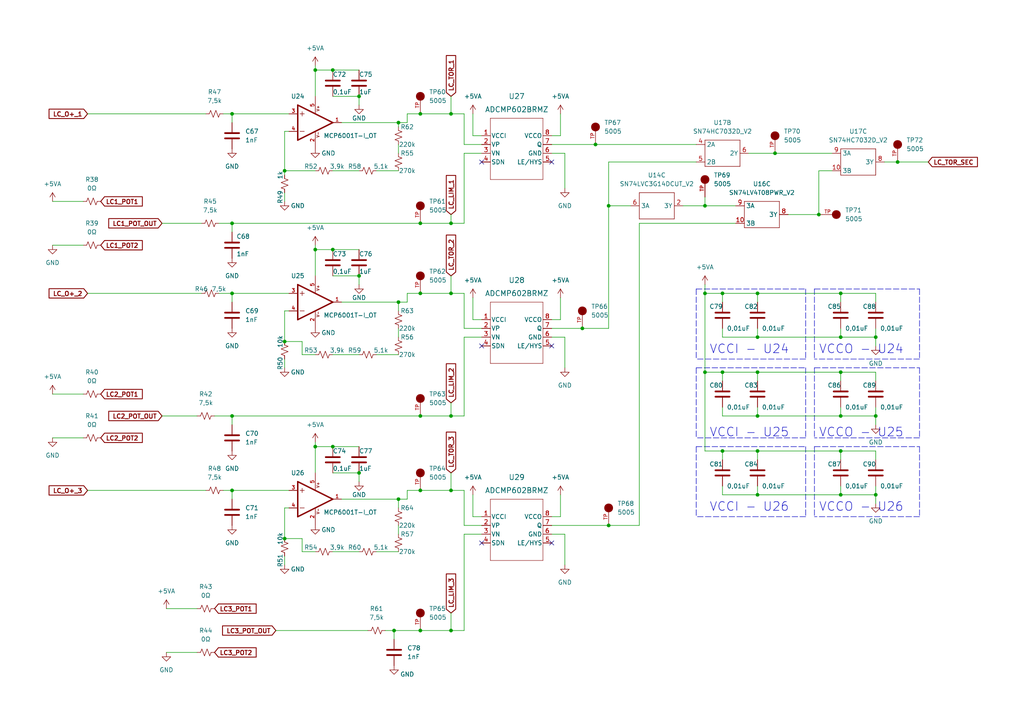
<source format=kicad_sch>
(kicad_sch (version 20211123) (generator eeschema)
  (paper "A4")
  (title_block (title "BUMBLEBEE") (date "2024-01-15") (rev "1.00") (company "ExoFlex") (comment 1 "Bumblebee"))
  (junction (at 243.84 107.95))
  (junction (at 130.81 64.77))
  (junction (at 243.84 97.79))
  (junction (at 219.71 85.09))
  (junction (at 114.3 182.88))
  (junction (at 104.14 80.01))
  (junction (at 172.72 41.91))
  (junction (at 130.81 182.88))
  (junction (at 130.81 33.02))
  (junction (at 260.35 46.99))
  (junction (at 243.84 85.09))
  (junction (at 209.55 85.09))
  (junction (at 219.71 120.65))
  (junction (at 67.31 120.65))
  (junction (at 254 120.65))
  (junction (at 115.57 35.56))
  (junction (at 243.84 130.81))
  (junction (at 224.79 44.45))
  (junction (at 67.31 64.77))
  (junction (at 67.31 85.09))
  (junction (at 219.71 143.51))
  (junction (at 219.71 107.95))
  (junction (at 91.44 20.32))
  (junction (at 82.55 156.21))
  (junction (at 121.92 182.88))
  (junction (at 104.14 137.16))
  (junction (at 243.84 120.65))
  (junction (at 91.44 72.39))
  (junction (at 67.31 33.02))
  (junction (at 82.55 49.53))
  (junction (at 254 143.51))
  (junction (at 91.44 129.54))
  (junction (at 121.92 64.77))
  (junction (at 82.55 99.06))
  (junction (at 96.52 72.39))
  (junction (at 96.52 129.54))
  (junction (at 176.53 59.69))
  (junction (at 243.84 143.51))
  (junction (at 115.57 87.63))
  (junction (at 219.71 130.81))
  (junction (at 176.53 152.4))
  (junction (at 115.57 144.78))
  (junction (at 204.47 107.95))
  (junction (at 209.55 130.81))
  (junction (at 121.92 120.65))
  (junction (at 121.92 33.02))
  (junction (at 219.71 97.79))
  (junction (at 67.31 142.24))
  (junction (at 204.47 85.09))
  (junction (at 121.92 142.24))
  (junction (at 121.92 85.09))
  (junction (at 168.91 95.25))
  (junction (at 204.47 59.69))
  (junction (at 96.52 20.32))
  (junction (at 130.81 120.65))
  (junction (at 254 97.79))
  (junction (at 130.81 85.09))
  (junction (at 237.49 62.23))
  (junction (at 104.14 27.94))
  (junction (at 130.81 142.24))
  (junction (at 209.55 107.95))
  (no_connect (at 160.02 157.48))
  (no_connect (at 160.02 46.99))
  (no_connect (at 139.7 157.48))
  (no_connect (at 160.02 100.33))
  (no_connect (at 139.7 100.33))
  (no_connect (at 139.7 46.99))
  (wire (pts (xy 46.99 64.77) (xy 58.42 64.77)))
  (polyline (pts (xy 266.7 101.6) (xy 266.7 101.6)))
  (wire (pts (xy 24.13 58.42) (xy 15.24 58.42)))
  (wire (pts (xy 64.77 33.02) (xy 67.31 33.02)))
  (wire (pts (xy 91.44 20.32) (xy 91.44 27.94)))
  (wire (pts (xy 109.22 102.87) (xy 115.57 102.87)))
  (wire (pts (xy 121.92 182.88) (xy 130.81 182.88)))
  (wire (pts (xy 130.81 120.65) (xy 134.62 120.65)))
  (wire (pts (xy 219.71 120.65) (xy 209.55 120.65)))
  (wire (pts (xy 130.81 80.01) (xy 130.81 85.09)))
  (wire (pts (xy 219.71 85.09) (xy 219.71 87.63)))
  (wire (pts (xy 139.7 92.71) (xy 137.16 92.71)))
  (wire (pts (xy 115.57 41.91) (xy 115.57 44.45)))
  (polyline (pts (xy 266.7 129.54) (xy 266.7 149.86)))
  (wire (pts (xy 176.53 152.4) (xy 185.42 152.4)))
  (wire (pts (xy 67.31 85.09) (xy 67.31 87.63)))
  (wire (pts (xy 25.4 33.02) (xy 59.69 33.02)))
  (wire (pts (xy 82.55 104.14) (xy 82.55 106.68)))
  (polyline (pts (xy 266.7 127) (xy 236.22 127)))
  (wire (pts (xy 15.24 127) (xy 24.13 127)))
  (wire (pts (xy 254 107.95) (xy 254 110.49)))
  (wire (pts (xy 115.57 95.25) (xy 115.57 97.79)))
  (wire (pts (xy 96.52 160.02) (xy 104.14 160.02)))
  (wire (pts (xy 209.55 107.95) (xy 219.71 107.95)))
  (wire (pts (xy 57.15 176.53) (xy 48.26 176.53)))
  (wire (pts (xy 204.47 130.81) (xy 209.55 130.81)))
  (wire (pts (xy 121.92 120.65) (xy 130.81 120.65)))
  (wire (pts (xy 82.55 38.1) (xy 83.82 38.1)))
  (wire (pts (xy 82.55 99.06) (xy 87.63 99.06)))
  (polyline (pts (xy 201.93 83.82) (xy 201.93 104.14)))
  (wire (pts (xy 160.02 95.25) (xy 168.91 95.25)))
  (wire (pts (xy 91.44 128.27) (xy 91.44 129.54)))
  (wire (pts (xy 217.17 44.45) (xy 224.79 44.45)))
  (wire (pts (xy 134.62 97.79) (xy 134.62 120.65)))
  (wire (pts (xy 64.77 142.24) (xy 67.31 142.24)))
  (wire (pts (xy 219.71 107.95) (xy 243.84 107.95)))
  (wire (pts (xy 219.71 95.25) (xy 219.71 97.79)))
  (wire (pts (xy 254 140.97) (xy 254 143.51)))
  (wire (pts (xy 162.56 86.36) (xy 162.56 92.71)))
  (polyline (pts (xy 233.68 129.54) (xy 233.68 149.86)))
  (wire (pts (xy 219.71 97.79) (xy 243.84 97.79)))
  (wire (pts (xy 254 85.09) (xy 254 87.63)))
  (wire (pts (xy 243.84 85.09) (xy 254 85.09)))
  (wire (pts (xy 96.52 102.87) (xy 104.14 102.87)))
  (wire (pts (xy 130.81 62.23) (xy 130.81 64.77)))
  (wire (pts (xy 91.44 20.32) (xy 96.52 20.32)))
  (wire (pts (xy 91.44 129.54) (xy 91.44 137.16)))
  (wire (pts (xy 115.57 35.56) (xy 118.11 35.56)))
  (wire (pts (xy 160.02 154.94) (xy 163.83 154.94)))
  (polyline (pts (xy 233.68 149.86) (xy 201.93 149.86)))
  (wire (pts (xy 87.63 99.06) (xy 87.63 102.87)))
  (polyline (pts (xy 233.68 83.82) (xy 233.68 104.14)))
  (wire (pts (xy 185.42 152.4) (xy 185.42 64.77)))
  (wire (pts (xy 96.52 72.39) (xy 104.14 72.39)))
  (wire (pts (xy 209.55 85.09) (xy 219.71 85.09)))
  (wire (pts (xy 243.84 118.11) (xy 243.84 120.65)))
  (wire (pts (xy 82.55 90.17) (xy 83.82 90.17)))
  (wire (pts (xy 67.31 33.02) (xy 67.31 35.56)))
  (polyline (pts (xy 233.68 127) (xy 201.93 127)))
  (wire (pts (xy 24.13 114.3) (xy 15.24 114.3)))
  (wire (pts (xy 82.55 147.32) (xy 82.55 156.21)))
  (wire (pts (xy 243.84 107.95) (xy 254 107.95)))
  (wire (pts (xy 99.06 35.56) (xy 115.57 35.56)))
  (wire (pts (xy 104.14 80.01) (xy 104.14 82.55)))
  (wire (pts (xy 219.71 118.11) (xy 219.71 120.65)))
  (wire (pts (xy 160.02 152.4) (xy 176.53 152.4)))
  (wire (pts (xy 25.4 85.09) (xy 58.42 85.09)))
  (polyline (pts (xy 236.22 106.68) (xy 236.22 127)))
  (wire (pts (xy 134.62 64.77) (xy 134.62 44.45)))
  (wire (pts (xy 160.02 97.79) (xy 163.83 97.79)))
  (wire (pts (xy 118.11 35.56) (xy 118.11 33.02)))
  (wire (pts (xy 25.4 142.24) (xy 59.69 142.24)))
  (wire (pts (xy 67.31 64.77) (xy 67.31 67.31)))
  (wire (pts (xy 115.57 87.63) (xy 118.11 87.63)))
  (wire (pts (xy 243.84 95.25) (xy 243.84 97.79)))
  (wire (pts (xy 219.71 120.65) (xy 243.84 120.65)))
  (wire (pts (xy 130.81 64.77) (xy 134.62 64.77)))
  (polyline (pts (xy 201.93 129.54) (xy 233.68 129.54)))
  (wire (pts (xy 172.72 41.91) (xy 201.93 41.91)))
  (wire (pts (xy 209.55 95.25) (xy 209.55 97.79)))
  (wire (pts (xy 243.84 140.97) (xy 243.84 143.51)))
  (polyline (pts (xy 236.22 106.68) (xy 266.7 106.68)))
  (wire (pts (xy 99.06 144.78) (xy 115.57 144.78)))
  (wire (pts (xy 67.31 33.02) (xy 83.82 33.02)))
  (wire (pts (xy 176.53 59.69) (xy 176.53 46.99)))
  (wire (pts (xy 163.83 154.94) (xy 163.83 163.83)))
  (wire (pts (xy 204.47 82.55) (xy 204.47 85.09)))
  (wire (pts (xy 118.11 85.09) (xy 121.92 85.09)))
  (wire (pts (xy 134.62 142.24) (xy 134.62 152.4)))
  (wire (pts (xy 139.7 39.37) (xy 137.16 39.37)))
  (wire (pts (xy 111.76 182.88) (xy 114.3 182.88)))
  (wire (pts (xy 185.42 64.77) (xy 213.36 64.77)))
  (wire (pts (xy 134.62 182.88) (xy 134.62 154.94)))
  (wire (pts (xy 118.11 33.02) (xy 121.92 33.02)))
  (wire (pts (xy 237.49 49.53) (xy 241.3 49.53)))
  (wire (pts (xy 82.55 55.88) (xy 82.55 58.42)))
  (wire (pts (xy 130.81 27.94) (xy 130.81 33.02)))
  (wire (pts (xy 160.02 41.91) (xy 172.72 41.91)))
  (wire (pts (xy 118.11 87.63) (xy 118.11 85.09)))
  (wire (pts (xy 219.71 140.97) (xy 219.71 143.51)))
  (wire (pts (xy 254 120.65) (xy 243.84 120.65)))
  (wire (pts (xy 82.55 161.29) (xy 82.55 163.83)))
  (wire (pts (xy 63.5 64.77) (xy 67.31 64.77)))
  (wire (pts (xy 209.55 130.81) (xy 219.71 130.81)))
  (wire (pts (xy 87.63 160.02) (xy 91.44 160.02)))
  (wire (pts (xy 209.55 85.09) (xy 209.55 87.63)))
  (wire (pts (xy 219.71 97.79) (xy 209.55 97.79)))
  (wire (pts (xy 219.71 85.09) (xy 243.84 85.09)))
  (wire (pts (xy 254 120.65) (xy 254 123.19)))
  (wire (pts (xy 139.7 95.25) (xy 134.62 95.25)))
  (wire (pts (xy 67.31 85.09) (xy 83.82 85.09)))
  (polyline (pts (xy 236.22 129.54) (xy 266.7 129.54)))
  (wire (pts (xy 115.57 152.4) (xy 115.57 154.94)))
  (wire (pts (xy 134.62 95.25) (xy 134.62 85.09)))
  (wire (pts (xy 139.7 149.86) (xy 137.16 149.86)))
  (wire (pts (xy 67.31 64.77) (xy 121.92 64.77)))
  (wire (pts (xy 204.47 57.15) (xy 204.47 59.69)))
  (wire (pts (xy 99.06 87.63) (xy 115.57 87.63)))
  (wire (pts (xy 67.31 142.24) (xy 67.31 144.78)))
  (wire (pts (xy 115.57 87.63) (xy 115.57 90.17)))
  (wire (pts (xy 139.7 97.79) (xy 134.62 97.79)))
  (wire (pts (xy 115.57 144.78) (xy 118.11 144.78)))
  (wire (pts (xy 209.55 140.97) (xy 209.55 143.51)))
  (wire (pts (xy 96.52 137.16) (xy 104.14 137.16)))
  (polyline (pts (xy 236.22 83.82) (xy 266.7 83.82)))
  (wire (pts (xy 82.55 156.21) (xy 87.63 156.21)))
  (wire (pts (xy 224.79 44.45) (xy 241.3 44.45)))
  (wire (pts (xy 63.5 85.09) (xy 67.31 85.09)))
  (wire (pts (xy 209.55 118.11) (xy 209.55 120.65)))
  (wire (pts (xy 114.3 182.88) (xy 114.3 185.42)))
  (wire (pts (xy 130.81 137.16) (xy 130.81 142.24)))
  (wire (pts (xy 82.55 38.1) (xy 82.55 49.53)))
  (wire (pts (xy 46.99 120.65) (xy 57.15 120.65)))
  (wire (pts (xy 254 143.51) (xy 254 146.05)))
  (wire (pts (xy 134.62 152.4) (xy 139.7 152.4)))
  (wire (pts (xy 96.52 129.54) (xy 104.14 129.54)))
  (wire (pts (xy 198.12 59.69) (xy 204.47 59.69)))
  (wire (pts (xy 91.44 71.12) (xy 91.44 72.39)))
  (wire (pts (xy 237.49 62.23) (xy 237.49 49.53)))
  (wire (pts (xy 204.47 107.95) (xy 204.47 130.81)))
  (wire (pts (xy 254 118.11) (xy 254 120.65)))
  (wire (pts (xy 162.56 33.02) (xy 162.56 39.37)))
  (wire (pts (xy 134.62 33.02) (xy 134.62 41.91)))
  (wire (pts (xy 82.55 50.8) (xy 82.55 49.53)))
  (wire (pts (xy 82.55 90.17) (xy 82.55 99.06)))
  (wire (pts (xy 91.44 129.54) (xy 96.52 129.54)))
  (wire (pts (xy 243.84 130.81) (xy 254 130.81)))
  (wire (pts (xy 162.56 143.51) (xy 162.56 149.86)))
  (wire (pts (xy 130.81 142.24) (xy 134.62 142.24)))
  (wire (pts (xy 204.47 85.09) (xy 209.55 85.09)))
  (polyline (pts (xy 266.7 104.14) (xy 236.22 104.14)))
  (wire (pts (xy 80.01 182.88) (xy 106.68 182.88)))
  (wire (pts (xy 134.62 154.94) (xy 139.7 154.94)))
  (wire (pts (xy 115.57 35.56) (xy 115.57 36.83)))
  (wire (pts (xy 130.81 85.09) (xy 134.62 85.09)))
  (wire (pts (xy 160.02 39.37) (xy 162.56 39.37)))
  (wire (pts (xy 109.22 49.53) (xy 115.57 49.53)))
  (wire (pts (xy 219.71 143.51) (xy 243.84 143.51)))
  (polyline (pts (xy 236.22 129.54) (xy 236.22 149.86)))
  (polyline (pts (xy 266.7 100.33) (xy 266.7 100.33)))
  (wire (pts (xy 176.53 59.69) (xy 182.88 59.69)))
  (wire (pts (xy 176.53 46.99) (xy 201.93 46.99)))
  (wire (pts (xy 67.31 142.24) (xy 83.82 142.24)))
  (polyline (pts (xy 201.93 106.68) (xy 233.68 106.68)))
  (wire (pts (xy 176.53 95.25) (xy 176.53 59.69)))
  (wire (pts (xy 254 143.51) (xy 243.84 143.51)))
  (wire (pts (xy 204.47 107.95) (xy 209.55 107.95)))
  (wire (pts (xy 67.31 120.65) (xy 121.92 120.65)))
  (wire (pts (xy 96.52 27.94) (xy 104.14 27.94)))
  (wire (pts (xy 219.71 130.81) (xy 219.71 133.35)))
  (wire (pts (xy 48.26 189.23) (xy 57.15 189.23)))
  (wire (pts (xy 87.63 102.87) (xy 91.44 102.87)))
  (wire (pts (xy 82.55 49.53) (xy 91.44 49.53)))
  (wire (pts (xy 130.81 177.8) (xy 130.81 182.88)))
  (wire (pts (xy 67.31 120.65) (xy 67.31 123.19)))
  (wire (pts (xy 91.44 72.39) (xy 91.44 80.01)))
  (wire (pts (xy 219.71 130.81) (xy 243.84 130.81)))
  (wire (pts (xy 96.52 80.01) (xy 104.14 80.01)))
  (wire (pts (xy 160.02 44.45) (xy 163.83 44.45)))
  (wire (pts (xy 96.52 49.53) (xy 104.14 49.53)))
  (wire (pts (xy 91.44 19.05) (xy 91.44 20.32)))
  (polyline (pts (xy 201.93 106.68) (xy 201.93 127)))
  (wire (pts (xy 204.47 85.09) (xy 204.47 107.95)))
  (polyline (pts (xy 201.93 129.54) (xy 201.93 149.86)))
  (wire (pts (xy 104.14 137.16) (xy 104.14 139.7)))
  (wire (pts (xy 62.23 120.65) (xy 67.31 120.65)))
  (wire (pts (xy 168.91 95.25) (xy 176.53 95.25)))
  (wire (pts (xy 137.16 92.71) (xy 137.16 86.36)))
  (wire (pts (xy 96.52 20.32) (xy 104.14 20.32)))
  (polyline (pts (xy 201.93 83.82) (xy 233.68 83.82)))
  (wire (pts (xy 87.63 156.21) (xy 87.63 160.02)))
  (wire (pts (xy 137.16 149.86) (xy 137.16 143.51)))
  (wire (pts (xy 130.81 182.88) (xy 134.62 182.88)))
  (wire (pts (xy 137.16 39.37) (xy 137.16 33.02)))
  (wire (pts (xy 163.83 97.79) (xy 163.83 106.68)))
  (polyline (pts (xy 266.7 83.82) (xy 266.7 104.14)))
  (wire (pts (xy 121.92 85.09) (xy 130.81 85.09)))
  (wire (pts (xy 91.44 72.39) (xy 96.52 72.39)))
  (wire (pts (xy 134.62 44.45) (xy 139.7 44.45)))
  (wire (pts (xy 115.57 144.78) (xy 115.57 147.32)))
  (wire (pts (xy 209.55 107.95) (xy 209.55 110.49)))
  (wire (pts (xy 209.55 130.81) (xy 209.55 133.35)))
  (wire (pts (xy 118.11 144.78) (xy 118.11 142.24)))
  (wire (pts (xy 269.24 46.99) (xy 260.35 46.99)))
  (wire (pts (xy 104.14 27.94) (xy 104.14 30.48)))
  (polyline (pts (xy 233.68 106.68) (xy 233.68 127)))
  (polyline (pts (xy 266.7 149.86) (xy 236.22 149.86)))
  (wire (pts (xy 219.71 107.95) (xy 219.71 110.49)))
  (wire (pts (xy 254 97.79) (xy 243.84 97.79)))
  (wire (pts (xy 254 97.79) (xy 254 100.33)))
  (wire (pts (xy 254 130.81) (xy 254 133.35)))
  (wire (pts (xy 118.11 142.24) (xy 121.92 142.24)))
  (wire (pts (xy 260.35 46.99) (xy 256.54 46.99)))
  (wire (pts (xy 254 95.25) (xy 254 97.79)))
  (wire (pts (xy 15.24 71.12) (xy 24.13 71.12)))
  (wire (pts (xy 219.71 143.51) (xy 209.55 143.51)))
  (polyline (pts (xy 236.22 83.82) (xy 236.22 104.14)))
  (wire (pts (xy 134.62 41.91) (xy 139.7 41.91)))
  (wire (pts (xy 243.84 107.95) (xy 243.84 110.49)))
  (wire (pts (xy 163.83 44.45) (xy 163.83 54.61)))
  (wire (pts (xy 121.92 142.24) (xy 130.81 142.24)))
  (wire (pts (xy 114.3 182.88) (xy 121.92 182.88)))
  (wire (pts (xy 121.92 64.77) (xy 130.81 64.77)))
  (wire (pts (xy 204.47 59.69) (xy 213.36 59.69)))
  (polyline (pts (xy 233.68 104.14) (xy 201.93 104.14)))
  (wire (pts (xy 82.55 147.32) (xy 83.82 147.32)))
  (wire (pts (xy 243.84 85.09) (xy 243.84 87.63)))
  (wire (pts (xy 160.02 92.71) (xy 162.56 92.71)))
  (wire (pts (xy 130.81 116.84) (xy 130.81 120.65)))
  (wire (pts (xy 243.84 130.81) (xy 243.84 133.35)))
  (wire (pts (xy 130.81 33.02) (xy 134.62 33.02)))
  (wire (pts (xy 228.6 62.23) (xy 237.49 62.23)))
  (wire (pts (xy 109.22 160.02) (xy 115.57 160.02)))
  (polyline (pts (xy 266.7 106.68) (xy 266.7 127)))
  (wire (pts (xy 121.92 33.02) (xy 130.81 33.02)))
  (wire (pts (xy 160.02 149.86) (xy 162.56 149.86)))
  (text "VCCO - U26\n" (at 237.49 148.59 0) (effects (font (size 2.54 2.54)) (justify left bottom)))
  (text "VCCI - U26" (at 205.74 148.59 0) (effects (font (size 2.54 2.54)) (justify left bottom)))
  (text "VCCO - U25" (at 237.49 127 0) (effects (font (size 2.54 2.54)) (justify left bottom)))
  (text "VCCI - U25" (at 205.74 127 0) (effects (font (size 2.54 2.54)) (justify left bottom)))
  (text "VCCI - U24" (at 205.74 102.87 0) (effects (font (size 2.54 2.54)) (justify left bottom)))
  (text "VCCO - U24" (at 237.49 102.87 0) (effects (font (size 2.54 2.54)) (justify left bottom)))
  (global_label "LC_TOR_1" (shape input) (at 130.81 27.94 90) (effects (font bold)) (property "Intersheet References" "${INTERSHEET_REFS}" (effects hide)))
  (global_label "LC3_POT2" (shape input) (at 62.23 189.23 0) (effects (font (thickness 0.254) bold)) (property "Intersheet References" "${INTERSHEET_REFS}" (effects hide)))
  (global_label "LC_TOR_SEC" (shape input) (at 269.24 46.99 0) (effects (font bold)) (property "Intersheet References" "${INTERSHEET_REFS}" (effects hide)))
  (global_label "LC1_POT_OUT" (shape input) (at 46.99 64.77 180) (effects (font (thickness 0.254) bold)) (property "Intersheet References" "${INTERSHEET_REFS}" (effects hide)))
  (global_label "LC1_POT2" (shape input) (at 29.21 71.12 0) (effects (font (thickness 0.254) bold)) (property "Intersheet References" "${INTERSHEET_REFS}" (effects hide)))
  (global_label "LC_O+_2" (shape input) (at 25.4 85.09 180) (effects (font (thickness 0.254) bold)) (property "Intersheet References" "${INTERSHEET_REFS}" (effects hide)))
  (global_label "LC_LIM_2" (shape input) (at 130.81 116.84 90) (effects (font bold)) (property "Intersheet References" "${INTERSHEET_REFS}" (effects hide)))
  (global_label "LC3_POT_OUT" (shape input) (at 80.01 182.88 180) (effects (font (thickness 0.254) bold)) (property "Intersheet References" "${INTERSHEET_REFS}" (effects hide)))
  (global_label "LC_TOR_3" (shape input) (at 130.81 137.16 90) (effects (font bold)) (property "Intersheet References" "${INTERSHEET_REFS}" (effects hide)))
  (global_label "LC2_POT1" (shape input) (at 29.21 114.3 0) (effects (font (thickness 0.254) bold)) (property "Intersheet References" "${INTERSHEET_REFS}" (effects hide)))
  (global_label "LC_LIM_1" (shape input) (at 130.81 62.23 90) (effects (font bold)) (property "Intersheet References" "${INTERSHEET_REFS}" (effects hide)))
  (global_label "LC1_POT1" (shape input) (at 29.21 58.42 0) (effects (font (thickness 0.254) bold)) (property "Intersheet References" "${INTERSHEET_REFS}" (effects hide)))
  (global_label "LC_O+_3" (shape input) (at 25.4 142.24 180) (effects (font (thickness 0.254) bold)) (property "Intersheet References" "${INTERSHEET_REFS}" (effects hide)))
  (global_label "LC_O+_1" (shape input) (at 25.4 33.02 180) (effects (font (thickness 0.254) bold)) (property "Intersheet References" "${INTERSHEET_REFS}" (effects hide)))
  (global_label "LC3_POT1" (shape input) (at 62.23 176.53 0) (effects (font (thickness 0.254) bold)) (property "Intersheet References" "${INTERSHEET_REFS}" (effects hide)))
  (global_label "LC_TOR_2" (shape input) (at 130.81 80.01 90) (effects (font bold)) (property "Intersheet References" "${INTERSHEET_REFS}" (effects hide)))
  (global_label "LC_LIM_3" (shape input) (at 130.81 177.8 90) (effects (font bold)) (property "Intersheet References" "${INTERSHEET_REFS}" (effects hide)))
  (global_label "LC2_POT2" (shape input) (at 29.21 127 0) (effects (font (thickness 0.254) bold)) (property "Intersheet References" "${INTERSHEET_REFS}" (effects hide)))
  (global_label "LC2_POT_OUT" (shape input) (at 46.99 120.65 180) (effects (font (thickness 0.254) bold)) (property "Intersheet References" "${INTERSHEET_REFS}" (effects hide)))
  (symbol (lib_id "SymLib:5005") (at 260.35 41.91 90) (unit 1)
    (property "Reference" "TP72" (at 262.89 40.6399 90) (effects (justify right)))
    (property "Value" "5005" (at 262.89 43.1799 90) (effects (justify right)))
    (property "Footprint" "FootPrint:KEYSTONE_5005" (effects hide))
    (property "MF" "Keystone Electronics" (effects hide))
    (property "DESCRIPTION" "Compact THM Test Point -Red" (effects hide))
    (property "PACKAGE" "NON STANDARD-1 Keystone" (effects hide))
    (property "PRICE" "None" (effects hide))
    (property "MP" "5005" (effects hide))
    (property "AVAILABILITY" "In Stock" (effects hide))
    (property "PURCHASE-URL" "https://pricing.snapeda.com/search/part/5005/?ref=eda" (effects hide))
  )
  (symbol (lib_id "Device:C") (at 67.31 39.37 0) (unit 1)
    (property "Reference" "C67" (at 71.12 38.0999 0) (effects (justify left)))
    (property "Value" "1nF" (at 71.12 40.6399 0) (effects (justify left)))
    (property "Footprint" "Capacitor_SMD:C_0603_1608Metric" (effects hide))
  )
  (symbol (lib_id "Device:C") (at 209.55 114.3 0) (unit 1)
    (property "Reference" "C80" (at 205.74 111.76 0) (effects (justify left)))
    (property "Value" "0,01uF" (at 210.82 118.11 0) (effects (justify left)))
    (property "Footprint" "Capacitor_SMD:C_0603_1608Metric" (effects hide))
  )
  (symbol (lib_id "SymLib:5005") (at 242.57 62.23 0) (unit 1)
    (property "Reference" "TP71" (at 245.11 60.9599 0) (effects (justify left)))
    (property "Value" "5005" (at 245.11 63.4999 0) (effects (justify left)))
    (property "Footprint" "FootPrint:KEYSTONE_5005" (effects hide))
    (property "MF" "Keystone Electronics" (effects hide))
    (property "DESCRIPTION" "Compact THM Test Point -Red" (effects hide))
    (property "PACKAGE" "NON STANDARD-1 Keystone" (effects hide))
    (property "PRICE" "None" (effects hide))
    (property "MP" "5005" (effects hide))
    (property "AVAILABILITY" "In Stock" (effects hide))
    (property "PURCHASE-URL" "https://pricing.snapeda.com/search/part/5005/?ref=eda" (effects hide))
  )
  (symbol (lib_id "Device:R_Small_US") (at 59.69 120.65 90) (unit 1)
    (property "Reference" "R42" (at 59.69 114.3 90))
    (property "Value" "7,5k" (at 59.69 116.84 90))
    (property "Footprint" "Resistor_SMD:R_0603_1608Metric" (effects hide))
  )
  (symbol (lib_id "power:GND") (at 67.31 95.25 0) (unit 1)
    (property "Reference" "#PWR0125" (effects hide))
    (property "Value" "GND" (at 67.31 100.33 0))
  )
  (symbol (lib_id "SymLib:5005") (at 168.91 90.17 90) (unit 1)
    (property "Reference" "TP66" (at 171.45 88.8999 90) (effects (justify right)))
    (property "Value" "5005" (at 171.45 91.4399 90) (effects (justify right)))
    (property "Footprint" "FootPrint:KEYSTONE_5005" (effects hide))
    (property "MF" "Keystone Electronics" (effects hide))
    (property "DESCRIPTION" "Compact THM Test Point -Red" (effects hide))
    (property "PACKAGE" "NON STANDARD-1 Keystone" (effects hide))
    (property "PRICE" "None" (effects hide))
    (property "MP" "5005" (effects hide))
    (property "AVAILABILITY" "In Stock" (effects hide))
    (property "PURCHASE-URL" "https://pricing.snapeda.com/search/part/5005/?ref=eda" (effects hide))
  )
  (symbol (lib_id "Device:R_Small_US") (at 60.96 64.77 90) (unit 1)
    (property "Reference" "R45" (at 60.96 58.42 90))
    (property "Value" "7,5k" (at 60.96 60.96 90))
    (property "Footprint" "Resistor_SMD:R_0603_1608Metric" (effects hide))
  )
  (symbol (lib_id "Device:R_Small_US") (at 115.57 39.37 180) (unit 1)
    (property "Reference" "R62" (at 118.11 36.83 0))
    (property "Value" "220k" (at 118.11 41.91 0))
    (property "Footprint" "Resistor_SMD:R_0603_1608Metric" (effects hide))
  )
  (symbol (lib_id "power:+5VA") (at 137.16 86.36 0) (unit 1)
    (property "Reference" "#PWR0121" (effects hide))
    (property "Value" "+5VA" (at 137.16 81.28 0))
  )
  (symbol (lib_id "power:+5VA") (at 15.24 114.3 0) (unit 1)
    (property "Reference" "#PWR0133" (effects hide))
    (property "Value" "+5VA" (at 15.24 109.22 0))
  )
  (symbol (lib_id "Device:C") (at 67.31 71.12 0) (unit 1)
    (property "Reference" "C68" (at 68.58 68.58 0) (effects (justify left)))
    (property "Value" "1nF" (at 68.58 73.66 0) (effects (justify left)))
    (property "Footprint" "Capacitor_SMD:C_0603_1608Metric" (effects hide))
  )
  (symbol (lib_id "Device:R_Small_US") (at 109.22 182.88 90) (unit 1)
    (property "Reference" "R61" (at 109.22 176.53 90))
    (property "Value" "7,5k" (at 109.22 179.07 90))
    (property "Footprint" "Resistor_SMD:R_0603_1608Metric" (effects hide))
  )
  (symbol (lib_id "SymLib:5005") (at 176.53 147.32 90) (unit 1)
    (property "Reference" "TP68" (at 179.07 146.0499 90) (effects (justify right)))
    (property "Value" "5005" (at 179.07 148.5899 90) (effects (justify right)))
    (property "Footprint" "FootPrint:KEYSTONE_5005" (effects hide))
    (property "MF" "Keystone Electronics" (effects hide))
    (property "DESCRIPTION" "Compact THM Test Point -Red" (effects hide))
    (property "PACKAGE" "NON STANDARD-1 Keystone" (effects hide))
    (property "PRICE" "None" (effects hide))
    (property "MP" "5005" (effects hide))
    (property "AVAILABILITY" "In Stock" (effects hide))
    (property "PURCHASE-URL" "https://pricing.snapeda.com/search/part/5005/?ref=eda" (effects hide))
  )
  (symbol (lib_id "power:GND") (at 104.14 30.48 0) (unit 1)
    (property "Reference" "#PWR0137" (effects hide))
    (property "Value" "GND" (at 104.14 34.29 0))
  )
  (symbol (lib_id "power:+5VA") (at 91.44 71.12 0) (unit 1)
    (property "Reference" "#PWR0100" (effects hide))
    (property "Value" "+5VA" (at 91.44 66.04 0))
  )
  (symbol (lib_id "SymLib:5005") (at 121.92 115.57 90) (unit 1)
    (property "Reference" "TP63" (at 124.46 114.2999 90) (effects (justify right)))
    (property "Value" "5005" (at 124.46 116.8399 90) (effects (justify right)))
    (property "Footprint" "FootPrint:KEYSTONE_5005" (effects hide))
    (property "MF" "Keystone Electronics" (effects hide))
    (property "DESCRIPTION" "Compact THM Test Point -Red" (effects hide))
    (property "PACKAGE" "NON STANDARD-1 Keystone" (effects hide))
    (property "PRICE" "None" (effects hide))
    (property "MP" "5005" (effects hide))
    (property "AVAILABILITY" "In Stock" (effects hide))
    (property "PURCHASE-URL" "https://pricing.snapeda.com/search/part/5005/?ref=eda" (effects hide))
  )
  (symbol (lib_id "Device:C") (at 104.14 76.2 0) (unit 1)
    (property "Reference" "C76" (at 104.14 73.66 0) (effects (justify left)))
    (property "Value" "1uF" (at 104.14 78.74 0) (effects (justify left)))
    (property "Footprint" "Capacitor_SMD:C_0603_1608Metric" (effects hide))
  )
  (symbol (lib_id "power:+5VA") (at 162.56 143.51 0) (unit 1)
    (property "Reference" "#PWR0142" (effects hide))
    (property "Value" "+5VA" (at 162.56 138.43 0))
  )
  (symbol (lib_id "power:+5VA") (at 15.24 58.42 0) (unit 1)
    (property "Reference" "#PWR089" (effects hide))
    (property "Value" "+5VA" (at 15.24 53.34 0))
  )
  (symbol (lib_id "Device:C") (at 254 114.3 0) (unit 1)
    (property "Reference" "C89" (at 250.19 111.76 0) (effects (justify left)))
    (property "Value" "0,01uF" (at 255.27 118.11 0) (effects (justify left)))
    (property "Footprint" "Capacitor_SMD:C_0603_1608Metric" (effects hide))
  )
  (symbol (lib_id "power:GND") (at 163.83 54.61 0) (unit 1)
    (property "Reference" "#PWR0147" (effects hide))
    (property "Value" "GND" (at 163.83 59.69 0))
  )
  (symbol (lib_id "power:GND") (at 15.24 127 0) (unit 1)
    (property "Reference" "#PWR0120" (effects hide))
    (property "Value" "GND" (at 15.24 132.08 0))
  )
  (symbol (lib_id "Device:C") (at 67.31 148.59 0) (unit 1)
    (property "Reference" "C71" (at 71.12 147.3199 0) (effects (justify left)))
    (property "Value" "1nF" (at 71.12 149.8599 0) (effects (justify left)))
    (property "Footprint" "Capacitor_SMD:C_0603_1608Metric" (effects hide))
  )
  (symbol (lib_id "SymLib:5005") (at 121.92 59.69 90) (unit 1)
    (property "Reference" "TP61" (at 124.46 58.4199 90) (effects (justify right)))
    (property "Value" "5005" (at 124.46 60.9599 90) (effects (justify right)))
    (property "Footprint" "FootPrint:KEYSTONE_5005" (effects hide))
    (property "MF" "Keystone Electronics" (effects hide))
    (property "DESCRIPTION" "Compact THM Test Point -Red" (effects hide))
    (property "PACKAGE" "NON STANDARD-1 Keystone" (effects hide))
    (property "PRICE" "None" (effects hide))
    (property "MP" "5005" (effects hide))
    (property "AVAILABILITY" "In Stock" (effects hide))
    (property "PURCHASE-URL" "https://pricing.snapeda.com/search/part/5005/?ref=eda" (effects hide))
  )
  (symbol (lib_id "Device:R_Small_US") (at 26.67 71.12 90) (unit 1)
    (property "Reference" "R39" (at 26.67 64.77 90))
    (property "Value" "0Ω" (at 26.67 67.31 90))
    (property "Footprint" "Resistor_SMD:R_0603_1608Metric" (effects hide))
  )
  (symbol (lib_id "Device:R_Small_US") (at 60.96 85.09 90) (unit 1)
    (property "Reference" "R46" (at 58.42 83.82 90))
    (property "Value" "7,5k" (at 63.5 83.82 90))
    (property "Footprint" "Resistor_SMD:R_0603_1608Metric" (effects hide))
  )
  (symbol (lib_id "Device:C") (at 209.55 91.44 0) (unit 1)
    (property "Reference" "C79" (at 205.74 88.9 0) (effects (justify left)))
    (property "Value" "0,01uF" (at 210.82 95.25 0) (effects (justify left)))
    (property "Footprint" "Capacitor_SMD:C_0603_1608Metric" (effects hide))
  )
  (symbol (lib_id "power:GND") (at 82.55 106.68 0) (unit 1)
    (property "Reference" "#PWR0129" (effects hide))
    (property "Value" "GND" (at 86.36 107.95 0))
  )
  (symbol (lib_id "power:GND") (at 91.44 43.18 0) (unit 1)
    (property "Reference" "#PWR0132" (effects hide))
    (property "Value" "GND" (at 95.25 44.45 0))
  )
  (symbol (lib_id "Device:C") (at 219.71 114.3 0) (unit 1)
    (property "Reference" "C83" (at 215.9 111.76 0) (effects (justify left)))
    (property "Value" "0,01uF" (at 220.98 118.11 0) (effects (justify left)))
    (property "Footprint" "Capacitor_SMD:C_0603_1608Metric" (effects hide))
  )
  (symbol (lib_id "power:GND") (at 254 123.19 0) (unit 1)
    (property "Reference" "#PWR0152" (effects hide))
    (property "Value" "GND" (at 254 128.27 0))
  )
  (symbol (lib_id "power:GND") (at 91.44 95.25 0) (unit 1)
    (property "Reference" "#PWR0134" (effects hide))
    (property "Value" "GND" (at 95.25 96.52 0))
  )
  (symbol (lib_id "Device:R_Small_US") (at 115.57 100.33 180) (unit 1)
    (property "Reference" "R56" (at 118.11 97.79 0))
    (property "Value" "270k" (at 118.11 102.87 0))
    (property "Footprint" "Resistor_SMD:R_0603_1608Metric" (effects hide))
  )
  (symbol (lib_id "power:GND") (at 163.83 163.83 0) (unit 1)
    (property "Reference" "#PWR0149" (effects hide))
    (property "Value" "GND" (at 163.83 168.91 0))
  )
  (symbol (lib_id "power:+5VA") (at 204.47 82.55 0) (unit 1)
    (property "Reference" "#PWR0119" (effects hide))
    (property "Value" "+5VA" (at 204.47 77.47 0))
  )
  (symbol (lib_id "Device:R_Small_US") (at 59.69 189.23 90) (unit 1)
    (property "Reference" "R44" (at 59.69 182.88 90))
    (property "Value" "0Ω" (at 59.69 185.42 90))
    (property "Footprint" "Resistor_SMD:R_0603_1608Metric" (effects hide))
  )
  (symbol (lib_id "SymLib:SN74LVC3G14DCUT_V2") (at 190.5 59.69 0) (unit 3)
    (property "Reference" "U14" (at 190.5 50.8 0))
    (property "Value" "SN74LVC3G14DCUT_V2" (at 190.5 53.34 0))
    (property "Footprint" "FootPrint:SN74LVC3G14DCUT" (effects hide))
  )
  (symbol (lib_id "power:GND") (at 104.14 82.55 0) (unit 1)
    (property "Reference" "#PWR0138" (effects hide))
    (property "Value" "GND" (at 104.14 86.36 0))
  )
  (symbol (lib_id "SymLib:5005") (at 224.79 39.37 90) (unit 1)
    (property "Reference" "TP70" (at 227.33 38.0999 90) (effects (justify right)))
    (property "Value" "5005" (at 227.33 40.6399 90) (effects (justify right)))
    (property "Footprint" "FootPrint:KEYSTONE_5005" (effects hide))
    (property "MF" "Keystone Electronics" (effects hide))
    (property "DESCRIPTION" "Compact THM Test Point -Red" (effects hide))
    (property "PACKAGE" "NON STANDARD-1 Keystone" (effects hide))
    (property "PRICE" "None" (effects hide))
    (property "MP" "5005" (effects hide))
    (property "AVAILABILITY" "In Stock" (effects hide))
    (property "PURCHASE-URL" "https://pricing.snapeda.com/search/part/5005/?ref=eda" (effects hide))
  )
  (symbol (lib_id "power:GND") (at 67.31 130.81 0) (unit 1)
    (property "Reference" "#PWR0126" (effects hide))
    (property "Value" "GND" (at 67.31 135.89 0))
  )
  (symbol (lib_id "Device:C") (at 243.84 114.3 0) (unit 1)
    (property "Reference" "C86" (at 240.03 111.76 0) (effects (justify left)))
    (property "Value" "0,01uF" (at 245.11 118.11 0) (effects (justify left)))
    (property "Footprint" "Capacitor_SMD:C_0603_1608Metric" (effects hide))
  )
  (symbol (lib_id "Device:R_Small_US") (at 106.68 49.53 90) (unit 1)
    (property "Reference" "R58" (at 102.87 48.26 90))
    (property "Value" "5,1k" (at 110.49 48.26 90))
    (property "Footprint" "Resistor_SMD:R_0603_1608Metric" (effects hide))
  )
  (symbol (lib_id "Device:R_Small_US") (at 59.69 176.53 90) (unit 1)
    (property "Reference" "R43" (at 59.69 170.18 90))
    (property "Value" "0Ω" (at 59.69 172.72 90))
    (property "Footprint" "Resistor_SMD:R_0603_1608Metric" (effects hide))
  )
  (symbol (lib_id "SymLib:5005") (at 172.72 36.83 90) (unit 1)
    (property "Reference" "TP67" (at 175.26 35.5599 90) (effects (justify right)))
    (property "Value" "5005" (at 175.26 38.0999 90) (effects (justify right)))
    (property "Footprint" "FootPrint:KEYSTONE_5005" (effects hide))
    (property "MF" "Keystone Electronics" (effects hide))
    (property "DESCRIPTION" "Compact THM Test Point -Red" (effects hide))
    (property "PACKAGE" "NON STANDARD-1 Keystone" (effects hide))
    (property "PRICE" "None" (effects hide))
    (property "MP" "5005" (effects hide))
    (property "AVAILABILITY" "In Stock" (effects hide))
    (property "PURCHASE-URL" "https://pricing.snapeda.com/search/part/5005/?ref=eda" (effects hide))
  )
  (symbol (lib_id "power:GND") (at 67.31 152.4 0) (unit 1)
    (property "Reference" "#PWR0127" (effects hide))
    (property "Value" "GND" (at 67.31 157.48 0))
  )
  (symbol (lib_id "power:+5VA") (at 162.56 33.02 0) (unit 1)
    (property "Reference" "#PWR088" (effects hide))
    (property "Value" "+5VA" (at 162.56 27.94 0))
  )
  (symbol (lib_id "SymLib:ADCMP602BRMZ") (at 134.62 149.86 0) (unit 1)
    (property "Reference" "U29" (at 149.8732 138.43 0) (effects (font (size 1.524 1.524))))
    (property "Value" "ADCMP602BRMZ" (at 149.8732 142.24 0) (effects (font (size 1.524 1.524))))
    (property "Footprint" "FootPrint:ADCMP602BRMZ" (effects hide))
    (property "Datasheet" "ADCMP602BRMZ" (effects hide))
  )
  (symbol (lib_id "Device:C") (at 96.52 24.13 0) (unit 1)
    (property "Reference" "C72" (at 96.52 21.59 0) (effects (justify left)))
    (property "Value" "0,1uF" (at 96.52 26.67 0) (effects (justify left)))
    (property "Footprint" "Capacitor_SMD:C_0603_1608Metric" (effects hide))
  )
  (symbol (lib_id "power:GND") (at 82.55 163.83 0) (unit 1)
    (property "Reference" "#PWR0130" (effects hide))
    (property "Value" "GND" (at 86.36 165.1 0))
  )
  (symbol (lib_id "Device:R_Small_US") (at 62.23 33.02 90) (unit 1)
    (property "Reference" "R47" (at 62.23 26.67 90))
    (property "Value" "7,5k" (at 62.23 29.21 90))
    (property "Footprint" "Resistor_SMD:R_0603_1608Metric" (effects hide))
  )
  (symbol (lib_id "power:GND") (at 82.55 58.42 0) (unit 1)
    (property "Reference" "#PWR0128" (effects hide))
    (property "Value" "GND" (at 86.36 59.69 0))
  )
  (symbol (lib_id "Device:C") (at 219.71 137.16 0) (unit 1)
    (property "Reference" "C84" (at 215.9 134.62 0) (effects (justify left)))
    (property "Value" "0,01uF" (at 220.98 140.97 0) (effects (justify left)))
    (property "Footprint" "Capacitor_SMD:C_0603_1608Metric" (effects hide))
  )
  (symbol (lib_id "power:GND") (at 67.31 43.18 0) (unit 1)
    (property "Reference" "#PWR0123" (effects hide))
    (property "Value" "GND" (at 67.31 48.26 0))
  )
  (symbol (lib_id "power:+5VA") (at 137.16 143.51 0) (unit 1)
    (property "Reference" "#PWR0141" (effects hide))
    (property "Value" "+5VA" (at 137.16 138.43 0))
  )
  (symbol (lib_id "power:GND") (at 114.3 193.04 0) (unit 1)
    (property "Reference" "#PWR0140" (effects hide))
    (property "Value" "GND" (at 118.11 195.58 0))
  )
  (symbol (lib_id "SymLib:5005") (at 121.92 27.94 90) (unit 1)
    (property "Reference" "TP60" (at 124.46 26.6699 90) (effects (justify right)))
    (property "Value" "5005" (at 124.46 29.2099 90) (effects (justify right)))
    (property "Footprint" "FootPrint:KEYSTONE_5005" (effects hide))
    (property "MF" "Keystone Electronics" (effects hide))
    (property "DESCRIPTION" "Compact THM Test Point -Red" (effects hide))
    (property "PACKAGE" "NON STANDARD-1 Keystone" (effects hide))
    (property "PRICE" "None" (effects hide))
    (property "MP" "5005" (effects hide))
    (property "AVAILABILITY" "In Stock" (effects hide))
    (property "PURCHASE-URL" "https://pricing.snapeda.com/search/part/5005/?ref=eda" (effects hide))
  )
  (symbol (lib_id "Device:C") (at 254 137.16 0) (unit 1)
    (property "Reference" "C90" (at 250.19 134.62 0) (effects (justify left)))
    (property "Value" "0,01uF" (at 255.27 140.97 0) (effects (justify left)))
    (property "Footprint" "Capacitor_SMD:C_0603_1608Metric" (effects hide))
  )
  (symbol (lib_name "MCP6001T-I_OT_1") (lib_id "SymLib:MCP6001T-I_OT") (at 91.44 144.78 0) (unit 1)
    (property "Reference" "U26" (at 86.36 137.16 0))
    (property "Value" "MCP6001T-I_OT" (at 101.6 148.59 0))
    (property "Footprint" "FootPrint:SOT95P270X145-5N" (effects hide))
    (property "MF" "Microchip" (effects hide))
    (property "DESCRIPTION" "MCP6001 Series 6 V 1 MHz 0.6 V/us SMT Low-Power Operational Amplifier - SOT-23-5" (effects hide))
    (property "PACKAGE" "SOT-23 Microchip" (effects hide))
    (property "PRICE" "None" (effects hide))
    (property "MP" "MCP6001T-I/OT" (effects hide))
    (property "AVAILABILITY" "Unavailable" (effects hide))
  )
  (symbol (lib_id "SymLib:SN74LV4T08PWR_V2") (at 220.98 62.23 0) (unit 3)
    (property "Reference" "U16" (at 220.98 53.34 0))
    (property "Value" "SN74LV4T08PWR_V2" (at 220.98 55.88 0))
    (property "Footprint" "FootPrint:SN74LV4T08PWR" (effects hide))
  )
  (symbol (lib_id "Device:R_Small_US") (at 82.55 101.6 180) (unit 1)
    (property "Reference" "R50" (at 81.28 105.41 90))
    (property "Value" "10k" (at 81.28 99.06 90))
    (property "Footprint" "Resistor_SMD:R_0603_1608Metric" (effects hide))
  )
  (symbol (lib_id "SymLib:MCP6001T-I_OT") (at 91.44 87.63 0) (unit 1)
    (property "Reference" "U25" (at 86.36 80.01 0))
    (property "Value" "MCP6001T-I_OT" (at 101.6 91.44 0))
    (property "Footprint" "FootPrint:SOT95P270X145-5N" (effects hide))
    (property "MF" "Microchip" (effects hide))
    (property "DESCRIPTION" "MCP6001 Series 6 V 1 MHz 0.6 V/us SMT Low-Power Operational Amplifier - SOT-23-5" (effects hide))
    (property "PACKAGE" "SOT-23 Microchip" (effects hide))
    (property "PRICE" "None" (effects hide))
    (property "MP" "MCP6001T-I/OT" (effects hide))
    (property "AVAILABILITY" "Unavailable" (effects hide))
  )
  (symbol (lib_id "Device:C") (at 67.31 91.44 0) (unit 1)
    (property "Reference" "C69" (at 71.12 90.1699 0) (effects (justify left)))
    (property "Value" "1nF" (at 71.12 92.7099 0) (effects (justify left)))
    (property "Footprint" "Capacitor_SMD:C_0603_1608Metric" (effects hide))
  )
  (symbol (lib_id "Device:C") (at 254 91.44 0) (unit 1)
    (property "Reference" "C88" (at 250.19 88.9 0) (effects (justify left)))
    (property "Value" "0,01uF" (at 255.27 95.25 0) (effects (justify left)))
    (property "Footprint" "Capacitor_SMD:C_0603_1608Metric" (effects hide))
  )
  (symbol (lib_id "Device:C") (at 219.71 91.44 0) (unit 1)
    (property "Reference" "C82" (at 215.9 88.9 0) (effects (justify left)))
    (property "Value" "0,01uF" (at 220.98 95.25 0) (effects (justify left)))
    (property "Footprint" "Capacitor_SMD:C_0603_1608Metric" (effects hide))
  )
  (symbol (lib_id "power:GND") (at 15.24 71.12 0) (unit 1)
    (property "Reference" "#PWR0118" (effects hide))
    (property "Value" "GND" (at 15.24 76.2 0))
  )
  (symbol (lib_id "SymLib:5005") (at 121.92 137.16 90) (unit 1)
    (property "Reference" "TP64" (at 124.46 135.8899 90) (effects (justify right)))
    (property "Value" "5005" (at 124.46 138.4299 90) (effects (justify right)))
    (property "Footprint" "FootPrint:KEYSTONE_5005" (effects hide))
    (property "MF" "Keystone Electronics" (effects hide))
    (property "DESCRIPTION" "Compact THM Test Point -Red" (effects hide))
    (property "PACKAGE" "NON STANDARD-1 Keystone" (effects hide))
    (property "PRICE" "None" (effects hide))
    (property "MP" "5005" (effects hide))
    (property "AVAILABILITY" "In Stock" (effects hide))
    (property "PURCHASE-URL" "https://pricing.snapeda.com/search/part/5005/?ref=eda" (effects hide))
  )
  (symbol (lib_id "Device:R_Small_US") (at 115.57 149.86 180) (unit 1)
    (property "Reference" "R64" (at 118.11 147.32 0))
    (property "Value" "220k" (at 118.11 152.4 0))
    (property "Footprint" "Resistor_SMD:R_0603_1608Metric" (effects hide))
  )
  (symbol (lib_id "Device:C") (at 104.14 133.35 0) (unit 1)
    (property "Reference" "C77" (at 104.14 130.81 0) (effects (justify left)))
    (property "Value" "1uF" (at 104.14 135.89 0) (effects (justify left)))
    (property "Footprint" "Capacitor_SMD:C_0603_1608Metric" (effects hide))
  )
  (symbol (lib_id "power:+5VA") (at 91.44 19.05 0) (unit 1)
    (property "Reference" "#PWR073" (effects hide))
    (property "Value" "+5VA" (at 91.44 13.97 0))
  )
  (symbol (lib_id "power:GND") (at 48.26 189.23 0) (unit 1)
    (property "Reference" "#PWR0122" (effects hide))
    (property "Value" "GND" (at 48.26 194.31 0))
  )
  (symbol (lib_id "power:+5VA") (at 162.56 86.36 0) (unit 1)
    (property "Reference" "#PWR0131" (effects hide))
    (property "Value" "+5VA" (at 162.56 81.28 0))
  )
  (symbol (lib_id "power:+5VA") (at 137.16 33.02 0) (unit 1)
    (property "Reference" "#PWR087" (effects hide))
    (property "Value" "+5VA" (at 137.16 27.94 0))
  )
  (symbol (lib_id "SymLib:SN74HC7032D_V2") (at 248.92 46.99 0) (unit 3)
    (property "Reference" "U17" (at 248.92 38.1 0))
    (property "Value" "SN74HC7032D_V2" (at 248.92 40.64 0))
    (property "Footprint" "FootPrint:SN74HC7032D" (effects hide))
  )
  (symbol (lib_id "Device:R_Small_US") (at 106.68 160.02 90) (unit 1)
    (property "Reference" "R60" (at 102.87 158.75 90))
    (property "Value" "5,1k" (at 110.49 158.75 90))
    (property "Footprint" "Resistor_SMD:R_0603_1608Metric" (effects hide))
  )
  (symbol (lib_id "power:GND") (at 254 100.33 0) (unit 1)
    (property "Reference" "#PWR0151" (effects hide))
    (property "Value" "GND" (at 254 105.41 0))
  )
  (symbol (lib_id "power:GND") (at 67.31 74.93 0) (unit 1)
    (property "Reference" "#PWR0124" (effects hide))
    (property "Value" "GND" (at 67.31 80.01 0))
  )
  (symbol (lib_id "Device:R_Small_US") (at 82.55 53.34 180) (unit 1)
    (property "Reference" "R49" (at 81.28 57.15 90))
    (property "Value" "1k" (at 81.28 50.8 90))
    (property "Footprint" "Resistor_SMD:R_0603_1608Metric" (effects hide))
  )
  (symbol (lib_id "Device:R_Small_US") (at 62.23 142.24 90) (unit 1)
    (property "Reference" "R48" (at 62.23 135.89 90))
    (property "Value" "7,5k" (at 62.23 138.43 90))
    (property "Footprint" "Resistor_SMD:R_0603_1608Metric" (effects hide))
  )
  (symbol (lib_id "power:GND") (at 104.14 139.7 0) (unit 1)
    (property "Reference" "#PWR0139" (effects hide))
    (property "Value" "GND" (at 104.14 143.51 0))
  )
  (symbol (lib_id "Device:R_Small_US") (at 26.67 127 90) (unit 1)
    (property "Reference" "R41" (at 26.67 120.65 90))
    (property "Value" "0Ω" (at 26.67 123.19 90))
    (property "Footprint" "Resistor_SMD:R_0603_1608Metric" (effects hide))
  )
  (symbol (lib_id "Device:R_Small_US") (at 82.55 158.75 180) (unit 1)
    (property "Reference" "R51" (at 81.28 162.56 90))
    (property "Value" "10k" (at 81.28 156.21 90))
    (property "Footprint" "Resistor_SMD:R_0603_1608Metric" (effects hide))
  )
  (symbol (lib_id "Device:R_Small_US") (at 93.98 160.02 90) (unit 1)
    (property "Reference" "R54" (at 90.17 158.75 90))
    (property "Value" "3,9k" (at 97.79 158.75 90))
    (property "Footprint" "Resistor_SMD:R_0603_1608Metric" (effects hide))
  )
  (symbol (lib_id "power:GND") (at 91.44 152.4 0) (unit 1)
    (property "Reference" "#PWR0136" (effects hide))
    (property "Value" "GND" (at 95.25 153.67 0))
  )
  (symbol (lib_id "Device:C") (at 96.52 133.35 0) (unit 1)
    (property "Reference" "C74" (at 96.52 130.81 0) (effects (justify left)))
    (property "Value" "0,1uF" (at 96.52 135.89 0) (effects (justify left)))
    (property "Footprint" "Capacitor_SMD:C_0603_1608Metric" (effects hide))
  )
  (symbol (lib_name "MCP6001T-I_OT_2") (lib_id "SymLib:MCP6001T-I_OT") (at 91.44 35.56 0) (unit 1)
    (property "Reference" "U24" (at 86.36 27.94 0))
    (property "Value" "MCP6001T-I_OT" (at 101.6 39.37 0))
    (property "Footprint" "FootPrint:SOT95P270X145-5N" (effects hide))
    (property "MF" "Microchip" (effects hide))
    (property "DESCRIPTION" "MCP6001 Series 6 V 1 MHz 0.6 V/us SMT Low-Power Operational Amplifier - SOT-23-5" (effects hide))
    (property "PACKAGE" "SOT-23 Microchip" (effects hide))
    (property "PRICE" "None" (effects hide))
    (property "MP" "MCP6001T-I/OT" (effects hide))
    (property "AVAILABILITY" "Unavailable" (effects hide))
  )
  (symbol (lib_id "Device:C") (at 114.3 189.23 0) (unit 1)
    (property "Reference" "C78" (at 118.11 187.9599 0) (effects (justify left)))
    (property "Value" "1nF" (at 118.11 190.4999 0) (effects (justify left)))
    (property "Footprint" "Capacitor_SMD:C_0603_1608Metric" (effects hide))
  )
  (symbol (lib_id "SymLib:5005") (at 204.47 52.07 90) (unit 1)
    (property "Reference" "TP69" (at 207.01 50.7999 90) (effects (justify right)))
    (property "Value" "5005" (at 207.01 53.3399 90) (effects (justify right)))
    (property "Footprint" "FootPrint:KEYSTONE_5005" (effects hide))
    (property "MF" "Keystone Electronics" (effects hide))
    (property "DESCRIPTION" "Compact THM Test Point -Red" (effects hide))
    (property "PACKAGE" "NON STANDARD-1 Keystone" (effects hide))
    (property "PRICE" "None" (effects hide))
    (property "MP" "5005" (effects hide))
    (property "AVAILABILITY" "In Stock" (effects hide))
    (property "PURCHASE-URL" "https://pricing.snapeda.com/search/part/5005/?ref=eda" (effects hide))
  )
  (symbol (lib_id "Device:R_Small_US") (at 93.98 49.53 90) (unit 1)
    (property "Reference" "R52" (at 90.17 48.26 90))
    (property "Value" "3,9k" (at 97.79 48.26 90))
    (property "Footprint" "Resistor_SMD:R_0603_1608Metric" (effects hide))
  )
  (symbol (lib_id "Device:C") (at 243.84 91.44 0) (unit 1)
    (property "Reference" "C85" (at 240.03 88.9 0) (effects (justify left)))
    (property "Value" "0,01uF" (at 245.11 95.25 0) (effects (justify left)))
    (property "Footprint" "Capacitor_SMD:C_0603_1608Metric" (effects hide))
  )
  (symbol (lib_id "SymLib:5005") (at 121.92 177.8 90) (unit 1)
    (property "Reference" "TP65" (at 124.46 176.5299 90) (effects (justify right)))
    (property "Value" "5005" (at 124.46 179.0699 90) (effects (justify right)))
    (property "Footprint" "FootPrint:KEYSTONE_5005" (effects hide))
    (property "MF" "Keystone Electronics" (effects hide))
    (property "DESCRIPTION" "Compact THM Test Point -Red" (effects hide))
    (property "PACKAGE" "NON STANDARD-1 Keystone" (effects hide))
    (property "PRICE" "None" (effects hide))
    (property "MP" "5005" (effects hide))
    (property "AVAILABILITY" "In Stock" (effects hide))
    (property "PURCHASE-URL" "https://pricing.snapeda.com/search/part/5005/?ref=eda" (effects hide))
  )
  (symbol (lib_name "ADCMP602BRMZ_1") (lib_id "SymLib:ADCMP602BRMZ") (at 134.62 39.37 0) (unit 1)
    (property "Reference" "U27" (at 149.8732 27.94 0) (effects (font (size 1.524 1.524))))
    (property "Value" "ADCMP602BRMZ" (at 149.8732 31.75 0) (effects (font (size 1.524 1.524))))
    (property "Footprint" "FootPrint:ADCMP602BRMZ" (effects hide))
    (property "Datasheet" "ADCMP602BRMZ" (effects hide))
  )
  (symbol (lib_id "Device:C") (at 104.14 24.13 0) (unit 1)
    (property "Reference" "C75" (at 104.14 21.59 0) (effects (justify left)))
    (property "Value" "1uF" (at 104.14 26.67 0) (effects (justify left)))
    (property "Footprint" "Capacitor_SMD:C_0603_1608Metric" (effects hide))
  )
  (symbol (lib_id "Device:R_Small_US") (at 115.57 157.48 180) (unit 1)
    (property "Reference" "R57" (at 118.11 154.94 0))
    (property "Value" "270k" (at 118.11 160.02 0))
    (property "Footprint" "Resistor_SMD:R_0603_1608Metric" (effects hide))
  )
  (symbol (lib_id "power:GND") (at 254 146.05 0) (unit 1)
    (property "Reference" "#PWR0153" (effects hide))
    (property "Value" "GND" (at 254 151.13 0))
  )
  (symbol (lib_id "SymLib:5005") (at 121.92 80.01 90) (unit 1)
    (property "Reference" "TP62" (at 124.46 78.7399 90) (effects (justify right)))
    (property "Value" "5005" (at 124.46 81.2799 90) (effects (justify right)))
    (property "Footprint" "FootPrint:KEYSTONE_5005" (effects hide))
    (property "MF" "Keystone Electronics" (effects hide))
    (property "DESCRIPTION" "Compact THM Test Point -Red" (effects hide))
    (property "PACKAGE" "NON STANDARD-1 Keystone" (effects hide))
    (property "PRICE" "None" (effects hide))
    (property "MP" "5005" (effects hide))
    (property "AVAILABILITY" "In Stock" (effects hide))
    (property "PURCHASE-URL" "https://pricing.snapeda.com/search/part/5005/?ref=eda" (effects hide))
  )
  (symbol (lib_id "Device:C") (at 96.52 76.2 0) (unit 1)
    (property "Reference" "C73" (at 96.52 73.66 0) (effects (justify left)))
    (property "Value" "0,1uF" (at 96.52 78.74 0) (effects (justify left)))
    (property "Footprint" "Capacitor_SMD:C_0603_1608Metric" (effects hide))
  )
  (symbol (lib_id "Device:R_Small_US") (at 26.67 114.3 90) (unit 1)
    (property "Reference" "R40" (at 26.67 107.95 90))
    (property "Value" "0Ω" (at 26.67 110.49 90))
    (property "Footprint" "Resistor_SMD:R_0603_1608Metric" (effects hide))
  )
  (symbol (lib_id "Device:C") (at 67.31 127 0) (unit 1)
    (property "Reference" "C70" (at 71.12 125.7299 0) (effects (justify left)))
    (property "Value" "1nF" (at 71.12 128.2699 0) (effects (justify left)))
    (property "Footprint" "Capacitor_SMD:C_0603_1608Metric" (effects hide))
  )
  (symbol (lib_id "power:GND") (at 163.83 106.68 0) (unit 1)
    (property "Reference" "#PWR0148" (effects hide))
    (property "Value" "GND" (at 163.83 111.76 0))
  )
  (symbol (lib_id "Device:R_Small_US") (at 106.68 102.87 90) (unit 1)
    (property "Reference" "R59" (at 102.87 101.6 90))
    (property "Value" "5,1k" (at 110.49 101.6 90))
    (property "Footprint" "Resistor_SMD:R_0603_1608Metric" (effects hide))
  )
  (symbol (lib_id "power:+5VA") (at 48.26 176.53 0) (unit 1)
    (property "Reference" "#PWR0143" (effects hide))
    (property "Value" "+5VA" (at 48.26 171.45 0))
  )
  (symbol (lib_id "Device:C") (at 243.84 137.16 0) (unit 1)
    (property "Reference" "C87" (at 240.03 134.62 0) (effects (justify left)))
    (property "Value" "0,01uF" (at 245.11 140.97 0) (effects (justify left)))
    (property "Footprint" "Capacitor_SMD:C_0603_1608Metric" (effects hide))
  )
  (symbol (lib_name "ADCMP602BRMZ_2") (lib_id "SymLib:ADCMP602BRMZ") (at 134.62 92.71 0) (unit 1)
    (property "Reference" "U28" (at 149.8732 81.28 0) (effects (font (size 1.524 1.524))))
    (property "Value" "ADCMP602BRMZ" (at 149.8732 85.09 0) (effects (font (size 1.524 1.524))))
    (property "Footprint" "FootPrint:ADCMP602BRMZ" (effects hide))
    (property "Datasheet" "ADCMP602BRMZ" (effects hide))
  )
  (symbol (lib_id "Device:C") (at 209.55 137.16 0) (unit 1)
    (property "Reference" "C81" (at 205.74 134.62 0) (effects (justify left)))
    (property "Value" "0,01uF" (at 210.82 140.97 0) (effects (justify left)))
    (property "Footprint" "Capacitor_SMD:C_0603_1608Metric" (effects hide))
  )
  (symbol (lib_id "power:+5VA") (at 91.44 128.27 0) (unit 1)
    (property "Reference" "#PWR0135" (effects hide))
    (property "Value" "+5VA" (at 91.44 123.19 0))
  )
  (symbol (lib_id "Device:R_Small_US") (at 115.57 46.99 180) (unit 1)
    (property "Reference" "R55" (at 118.11 44.45 0))
    (property "Value" "270k" (at 118.11 49.53 0))
    (property "Footprint" "Resistor_SMD:R_0603_1608Metric" (effects hide))
  )
  (symbol (lib_name "SN74HC7032D_V2_1") (lib_id "SymLib:SN74HC7032D_V2") (at 209.55 44.45 0) (unit 2)
    (property "Reference" "U17" (at 209.55 35.56 0))
    (property "Value" "SN74HC7032D_V2" (at 209.55 38.1 0))
    (property "Footprint" "FootPrint:SN74HC7032D" (effects hide))
  )
  (symbol (lib_id "Device:R_Small_US") (at 93.98 102.87 90) (unit 1)
    (property "Reference" "R53" (at 90.17 101.6 90))
    (property "Value" "3,9k" (at 97.79 101.6 90))
    (property "Footprint" "Resistor_SMD:R_0603_1608Metric" (effects hide))
  )
  (symbol (lib_id "Device:R_Small_US") (at 26.67 58.42 90) (unit 1)
    (property "Reference" "R38" (at 26.67 52.07 90))
    (property "Value" "0Ω" (at 26.67 54.61 90))
    (property "Footprint" "Resistor_SMD:R_0603_1608Metric" (effects hide))
  )
  (symbol (lib_id "Device:R_Small_US") (at 115.57 92.71 180) (unit 1)
    (property "Reference" "R63" (at 118.11 90.17 0))
    (property "Value" "220k" (at 118.11 95.25 0))
    (property "Footprint" "Resistor_SMD:R_0603_1608Metric" (effects hide))
  )
)
</source>
